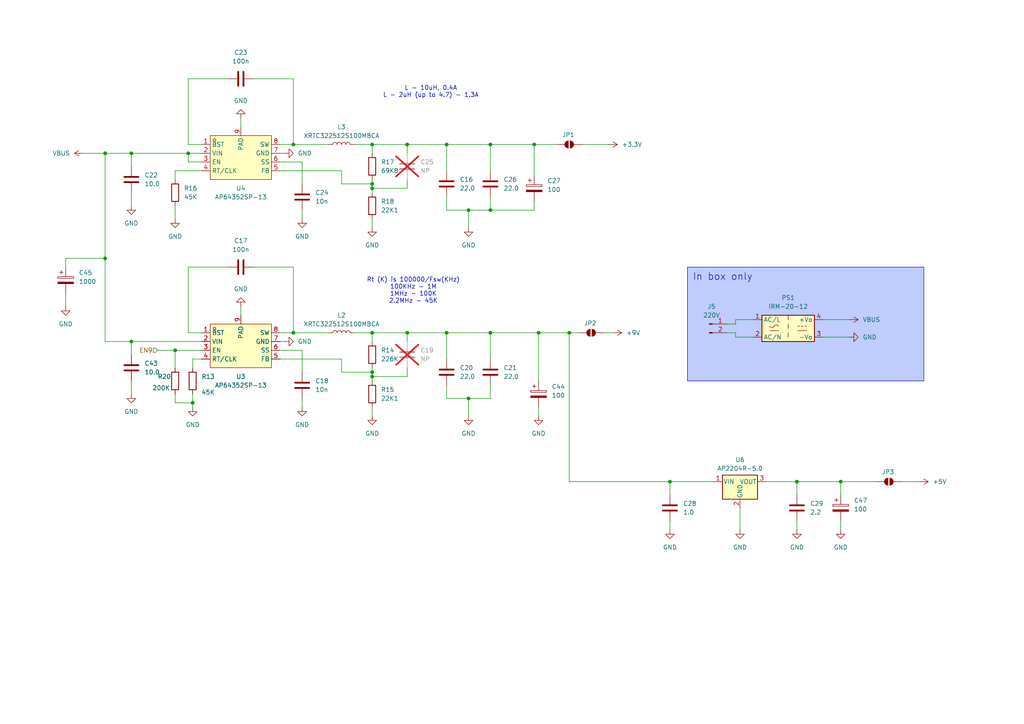
<source format=kicad_sch>
(kicad_sch (version 20231120) (generator "eeschema") (generator_version "8.0")
  (paper "A4")
  (title_block (title "Power module") (company "RoboWay"))
  (lib_symbols
    (symbol "Connector:Conn_01x02_Pin" (pin_names (offset 1.016) hide)
      (property "Reference" "J" (at 0 2.54 0))
      (property "Value" "Conn_01x02_Pin" (at 0 -5.08 0))
      (symbol "Conn_01x02_Pin_1_1"
        (polyline (pts (xy 1.27 -2.54) (xy 0.8636 -2.54)) (stroke (width 0.1524)))
        (polyline (pts (xy 1.27 0) (xy 0.8636 0)) (stroke (width 0.1524)))
        (rectangle (start 0.8636 -2.413) (end 0 -2.667) (stroke (width 0.1524)) (fill (type outline)))
        (rectangle (start 0.8636 0.127) (end 0 -0.127) (stroke (width 0.1524)) (fill (type outline)))
        (pin passive line (at 5.08 0 180) (length 3.81) (name "Pin_1") (number "1"))
        (pin passive line (at 5.08 -2.54 180) (length 3.81) (name "Pin_2") (number "2"))
      )
    )
    (symbol "Converter_ACDC:IRM-20-12"
      (property "Reference" "PS" (at 0 5.08 0))
      (property "Value" "IRM-20-12" (at 0 -5.08 0))
      (symbol "IRM-20-12_0_1"
        (rectangle (start -7.62 3.81) (end 7.62 -3.81) (stroke (width 0.254)) (fill (type background)))
        (arc (start -5.334 0.635) (mid -4.699 0.2495) (end -4.064 0.635))
        (arc (start -2.794 0.635) (mid -3.429 1.0072) (end -4.064 0.635))
        (polyline (pts (xy -5.334 -0.635) (xy -2.794 -0.635)))
        (polyline (pts (xy 0 -1.27) (xy 0 -2.54)))
        (polyline (pts (xy 0 1.27) (xy 0 0)))
        (polyline (pts (xy 0 3.81) (xy 0 2.54)))
        (polyline (pts (xy 2.794 -0.635) (xy 5.334 -0.635)))
        (polyline (pts (xy 2.794 0.635) (xy 3.302 0.635)))
        (polyline (pts (xy 3.81 0.635) (xy 4.318 0.635)))
        (polyline (pts (xy 4.826 0.635) (xy 5.334 0.635)))
      )
      (symbol "IRM-20-12_1_1"
        (pin power_in line (at -10.16 2.54 0) (length 2.54) (name "AC/L") (number "1"))
        (pin power_in line (at -10.16 -2.54 0) (length 2.54) (name "AC/N") (number "2"))
        (pin power_out line (at 10.16 -2.54 180) (length 2.54) (name "-Vo") (number "3"))
        (pin power_out line (at 10.16 2.54 180) (length 2.54) (name "+Vo") (number "4"))
      )
    )
    (symbol "Device:C" (pin_numbers hide) (pin_names (offset 0.254))
      (property "Reference" "C" (at 0.635 2.54 0))
      (property "Value" "C" (at 0.635 -2.54 0))
      (symbol "C_0_1"
        (polyline (pts (xy -2.032 -0.762) (xy 2.032 -0.762)) (stroke (width 0.508)))
        (polyline (pts (xy -2.032 0.762) (xy 2.032 0.762)) (stroke (width 0.508)))
      )
      (symbol "C_1_1"
        (pin passive line (at 0 3.81 270) (length 2.794) (name "~") (number "1"))
        (pin passive line (at 0 -3.81 90) (length 2.794) (name "~") (number "2"))
      )
    )
    (symbol "Device:C_Polarized" (pin_numbers hide) (pin_names (offset 0.254))
      (property "Reference" "C" (at 0.635 2.54 0))
      (property "Value" "C_Polarized" (at 0.635 -2.54 0))
      (symbol "C_Polarized_0_1"
        (rectangle (start -2.286 0.508) (end 2.286 1.016))
        (polyline (pts (xy -1.778 2.286) (xy -0.762 2.286)))
        (polyline (pts (xy -1.27 2.794) (xy -1.27 1.778)))
        (rectangle (start 2.286 -0.508) (end -2.286 -1.016) (fill (type outline)))
      )
      (symbol "C_Polarized_1_1"
        (pin passive line (at 0 3.81 270) (length 2.794) (name "~") (number "1"))
        (pin passive line (at 0 -3.81 90) (length 2.794) (name "~") (number "2"))
      )
    )
    (symbol "Device:L" (pin_numbers hide) (pin_names (offset 1.016) hide)
      (property "Reference" "L" (at -1.27 0 90))
      (property "Value" "L" (at 1.905 0 90))
      (symbol "L_0_1"
        (arc (start 0 -2.54) (mid 0.6323 -1.905) (end 0 -1.27))
        (arc (start 0 -1.27) (mid 0.6323 -0.635) (end 0 0))
        (arc (start 0 0) (mid 0.6323 0.635) (end 0 1.27))
        (arc (start 0 1.27) (mid 0.6323 1.905) (end 0 2.54))
      )
      (symbol "L_1_1"
        (pin passive line (at 0 3.81 270) (length 1.27) (name "1") (number "1"))
        (pin passive line (at 0 -3.81 90) (length 1.27) (name "2") (number "2"))
      )
    )
    (symbol "Device:R" (pin_numbers hide) (pin_names (offset 0))
      (property "Reference" "R" (at 2.032 0 90))
      (property "Value" "R" (at 0 0 90))
      (symbol "R_0_1"
        (rectangle (start -1.016 -2.54) (end 1.016 2.54) (stroke (width 0.254)))
      )
      (symbol "R_1_1"
        (pin passive line (at 0 3.81 270) (length 1.27) (name "~") (number "1"))
        (pin passive line (at 0 -3.81 90) (length 1.27) (name "~") (number "2"))
      )
    )
    (symbol "Jumper:SolderJumper_2_Open" (pin_numbers hide) (pin_names (offset 0) hide) (exclude_from_sim yes) (in_bom no)
      (property "Reference" "JP" (at 0 2.032 0))
      (property "Value" "SolderJumper_2_Open" (at 0 -2.54 0))
      (symbol "SolderJumper_2_Open_0_1"
        (arc (start -0.254 1.016) (mid -1.2656 0) (end -0.254 -1.016))
        (arc (start -0.254 1.016) (mid -1.2656 0) (end -0.254 -1.016) (fill (type outline)))
        (polyline (pts (xy -0.254 1.016) (xy -0.254 -1.016)))
        (polyline (pts (xy 0.254 1.016) (xy 0.254 -1.016)))
        (arc (start 0.254 -1.016) (mid 1.2656 0) (end 0.254 1.016))
        (arc (start 0.254 -1.016) (mid 1.2656 0) (end 0.254 1.016) (fill (type outline)))
      )
      (symbol "SolderJumper_2_Open_1_1"
        (pin passive line (at -3.81 0 0) (length 2.54) (name "A") (number "1"))
        (pin passive line (at 3.81 0 180) (length 2.54) (name "B") (number "2"))
      )
    )
    (symbol "Regulator_Linear:AP2204R-5.0" (pin_names (offset 0.254))
      (property "Reference" "U" (at -5.08 3.175 0))
      (property "Value" "AP2204R-5.0" (at 0 3.175 0))
      (symbol "AP2204R-5.0_0_1"
        (rectangle (start -5.08 1.905) (end 5.08 -5.08) (stroke (width 0.254)) (fill (type background)))
      )
      (symbol "AP2204R-5.0_1_1"
        (pin power_in line (at -7.62 0 0) (length 2.54) (name "VIN") (number "1"))
        (pin power_in line (at 0 -7.62 90) (length 2.54) (name "GND") (number "2"))
        (pin power_out line (at 7.62 0 180) (length 2.54) (name "VOUT") (number "3"))
      )
    )
    (symbol "easyeda2kicad:AP64352SP-13"
      (property "Reference" "U" (at 0 13.97 0))
      (property "Value" "AP64352SP-13" (at 0 -8.89 0))
      (symbol "AP64352SP-13_0_1"
        (rectangle (start -8.89 6.35) (end 8.89 -6.35) (fill (type background)))
        (circle (center -7.62 5.08) (radius 0.38))
        (pin unspecified line (at -11.43 3.81 0) (length 2.54) (name "BST") (number "1"))
        (pin unspecified line (at -11.43 1.27 0) (length 2.54) (name "VIN") (number "2"))
        (pin unspecified line (at -11.43 -1.27 0) (length 2.54) (name "EN") (number "3"))
        (pin unspecified line (at -11.43 -3.81 0) (length 2.54) (name "RT/CLK") (number "4"))
        (pin unspecified line (at 11.43 -3.81 180) (length 2.54) (name "FB") (number "5"))
        (pin unspecified line (at 11.43 -1.27 180) (length 2.54) (name "SS") (number "6"))
        (pin unspecified line (at 11.43 1.27 180) (length 2.54) (name "GND") (number "7"))
        (pin unspecified line (at 11.43 3.81 180) (length 2.54) (name "SW") (number "8"))
        (pin unspecified line (at 0 8.89 270) (length 2.54) (name "PAD") (number "9"))
      )
    )
    (symbol "power:+3.3V" (power) (pin_numbers hide) (pin_names (offset 0) hide)
      (property "Value" "+3.3V" (at 0 3.556 0))
      (symbol "+3.3V_0_1"
        (polyline (pts (xy -0.762 1.27) (xy 0 2.54)))
        (polyline (pts (xy 0 0) (xy 0 2.54)))
        (polyline (pts (xy 0 2.54) (xy 0.762 1.27)))
      )
      (symbol "+3.3V_1_1"
        (pin power_in line (at 0 0 90) (length 0) (name "~") (number "1"))
      )
    )
    (symbol "power:+5V" (power) (pin_numbers hide) (pin_names (offset 0) hide)
      (property "Value" "+5V" (at 0 3.556 0))
      (symbol "+5V_0_1"
        (polyline (pts (xy -0.762 1.27) (xy 0 2.54)))
        (polyline (pts (xy 0 0) (xy 0 2.54)))
        (polyline (pts (xy 0 2.54) (xy 0.762 1.27)))
      )
      (symbol "+5V_1_1"
        (pin power_in line (at 0 0 90) (length 0) (name "~") (number "1"))
      )
    )
    (symbol "power:+9V" (power) (pin_numbers hide) (pin_names (offset 0) hide)
      (property "Value" "+9V" (at 0 3.556 0))
      (symbol "+9V_0_1"
        (polyline (pts (xy -0.762 1.27) (xy 0 2.54)))
        (polyline (pts (xy 0 0) (xy 0 2.54)))
        (polyline (pts (xy 0 2.54) (xy 0.762 1.27)))
      )
      (symbol "+9V_1_1"
        (pin power_in line (at 0 0 90) (length 0) (name "~") (number "1"))
      )
    )
    (symbol "power:GND" (power) (pin_numbers hide) (pin_names (offset 0) hide)
      (property "Value" "GND" (at 0 -3.81 0))
      (symbol "GND_0_1"
        (polyline (pts (xy 0 0) (xy 0 -1.27) (xy 1.27 -1.27) (xy 0 -2.54) (xy -1.27 -1.27) (xy 0 -1.27)))
      )
      (symbol "GND_1_1"
        (pin power_in line (at 0 0 270) (length 0) (name "~") (number "1"))
      )
    )
    (symbol "power:VBUS" (power) (pin_numbers hide) (pin_names (offset 0) hide)
      (property "Value" "VBUS" (at 0 3.556 0))
      (symbol "VBUS_0_1"
        (polyline (pts (xy -0.762 1.27) (xy 0 2.54)))
        (polyline (pts (xy 0 0) (xy 0 2.54)))
        (polyline (pts (xy 0 2.54) (xy 0.762 1.27)))
      )
      (symbol "VBUS_1_1"
        (pin power_in line (at 0 0 90) (length 0) (name "~") (number "1"))
      )
    )
  )
  (junction (at 129.54 96.52))
  (junction (at 38.1 44.45))
  (junction (at 142.24 96.52))
  (junction (at 231.14 139.7))
  (junction (at 107.95 53.34))
  (junction (at 107.95 54.61))
  (junction (at 30.48 74.93))
  (junction (at 85.09 96.52))
  (junction (at 142.24 60.96))
  (junction (at 30.48 44.45))
  (junction (at 107.95 109.22))
  (junction (at 194.31 139.7))
  (junction (at 156.21 96.52))
  (junction (at 85.09 41.91))
  (junction (at 107.95 96.52))
  (junction (at 50.8 101.6))
  (junction (at 107.95 107.95))
  (junction (at 129.54 41.91))
  (junction (at 107.95 41.91))
  (junction (at 118.11 41.91))
  (junction (at 243.84 139.7))
  (junction (at 38.1 99.06))
  (junction (at 135.89 115.57))
  (junction (at 165.1 96.52))
  (junction (at 54.61 44.45))
  (junction (at 55.88 116.84))
  (junction (at 142.24 41.91))
  (junction (at 118.11 96.52))
  (junction (at 135.89 60.96))
  (junction (at 154.94 41.91))
  (wire (pts (xy 82.55 44.45) (xy 81.28 44.45)))
  (wire (pts (xy 50.8 114.3) (xy 50.8 116.84)))
  (wire (pts (xy 261.62 139.7) (xy 266.7 139.7)))
  (wire (pts (xy 118.11 54.61) (xy 107.95 54.61)))
  (wire (pts (xy 156.21 96.52) (xy 156.21 110.49)))
  (wire (pts (xy 129.54 41.91) (xy 142.24 41.91)))
  (wire (pts (xy 238.76 97.79) (xy 246.38 97.79)))
  (wire (pts (xy 99.06 49.53) (xy 99.06 53.34)))
  (wire (pts (xy 54.61 44.45) (xy 58.42 44.45)))
  (wire (pts (xy 19.05 85.09) (xy 19.05 88.9)))
  (wire (pts (xy 85.09 41.91) (xy 81.28 41.91)))
  (wire (pts (xy 54.61 46.99) (xy 54.61 44.45)))
  (wire (pts (xy 54.61 41.91) (xy 58.42 41.91)))
  (wire (pts (xy 142.24 96.52) (xy 142.24 104.14)))
  (wire (pts (xy 175.26 96.52) (xy 177.8 96.52)))
  (wire (pts (xy 107.95 54.61) (xy 107.95 55.88)))
  (wire (pts (xy 154.94 58.42) (xy 154.94 60.96)))
  (wire (pts (xy 50.8 49.53) (xy 58.42 49.53)))
  (wire (pts (xy 210.82 93.98) (xy 213.36 93.98)))
  (wire (pts (xy 81.28 46.99) (xy 87.63 46.99)))
  (wire (pts (xy 19.05 77.47) (xy 19.05 74.93)))
  (wire (pts (xy 107.95 107.95) (xy 107.95 109.22)))
  (wire (pts (xy 19.05 74.93) (xy 30.48 74.93)))
  (wire (pts (xy 214.63 147.32) (xy 214.63 153.67)))
  (wire (pts (xy 107.95 106.68) (xy 107.95 107.95)))
  (wire (pts (xy 142.24 60.96) (xy 142.24 57.15)))
  (wire (pts (xy 213.36 96.52) (xy 213.36 97.79)))
  (wire (pts (xy 118.11 96.52) (xy 118.11 99.06)))
  (wire (pts (xy 194.31 151.13) (xy 194.31 153.67)))
  (wire (pts (xy 50.8 101.6) (xy 58.42 101.6)))
  (wire (pts (xy 135.89 115.57) (xy 135.89 120.65)))
  (wire (pts (xy 154.94 41.91) (xy 154.94 50.8)))
  (wire (pts (xy 156.21 120.65) (xy 156.21 118.11)))
  (wire (pts (xy 85.09 77.47) (xy 85.09 96.52)))
  (wire (pts (xy 210.82 96.52) (xy 213.36 96.52)))
  (wire (pts (xy 30.48 74.93) (xy 30.48 99.06)))
  (wire (pts (xy 69.85 88.9) (xy 69.85 91.44)))
  (wire (pts (xy 38.1 44.45) (xy 54.61 44.45)))
  (wire (pts (xy 129.54 115.57) (xy 135.89 115.57)))
  (wire (pts (xy 87.63 60.96) (xy 87.63 63.5)))
  (wire (pts (xy 81.28 104.14) (xy 99.06 104.14)))
  (wire (pts (xy 135.89 60.96) (xy 142.24 60.96)))
  (wire (pts (xy 243.84 139.7) (xy 243.84 143.51)))
  (wire (pts (xy 85.09 96.52) (xy 81.28 96.52)))
  (wire (pts (xy 54.61 77.47) (xy 54.61 96.52)))
  (wire (pts (xy 129.54 41.91) (xy 129.54 49.53)))
  (wire (pts (xy 30.48 44.45) (xy 30.48 74.93)))
  (wire (pts (xy 142.24 41.91) (xy 154.94 41.91)))
  (wire (pts (xy 38.1 110.49) (xy 38.1 114.3)))
  (wire (pts (xy 135.89 115.57) (xy 142.24 115.57)))
  (wire (pts (xy 24.13 44.45) (xy 30.48 44.45)))
  (wire (pts (xy 85.09 41.91) (xy 95.25 41.91)))
  (wire (pts (xy 165.1 139.7) (xy 165.1 96.52)))
  (wire (pts (xy 66.04 22.86) (xy 54.61 22.86)))
  (wire (pts (xy 118.11 109.22) (xy 107.95 109.22)))
  (wire (pts (xy 55.88 104.14) (xy 58.42 104.14)))
  (wire (pts (xy 238.76 92.71) (xy 246.38 92.71)))
  (wire (pts (xy 107.95 96.52) (xy 107.95 99.06)))
  (wire (pts (xy 142.24 115.57) (xy 142.24 111.76)))
  (wire (pts (xy 85.09 22.86) (xy 85.09 41.91)))
  (wire (pts (xy 30.48 99.06) (xy 38.1 99.06)))
  (wire (pts (xy 55.88 114.3) (xy 55.88 116.84)))
  (wire (pts (xy 99.06 53.34) (xy 107.95 53.34)))
  (wire (pts (xy 99.06 107.95) (xy 107.95 107.95)))
  (wire (pts (xy 85.09 96.52) (xy 95.25 96.52)))
  (wire (pts (xy 38.1 55.88) (xy 38.1 59.69)))
  (wire (pts (xy 213.36 92.71) (xy 218.44 92.71)))
  (wire (pts (xy 118.11 41.91) (xy 118.11 44.45)))
  (wire (pts (xy 129.54 96.52) (xy 129.54 104.14)))
  (wire (pts (xy 222.25 139.7) (xy 231.14 139.7)))
  (wire (pts (xy 231.14 151.13) (xy 231.14 153.67)))
  (wire (pts (xy 87.63 46.99) (xy 87.63 53.34)))
  (wire (pts (xy 50.8 52.07) (xy 50.8 49.53)))
  (wire (pts (xy 58.42 46.99) (xy 54.61 46.99)))
  (wire (pts (xy 118.11 106.68) (xy 118.11 109.22)))
  (wire (pts (xy 118.11 96.52) (xy 129.54 96.52)))
  (wire (pts (xy 243.84 151.13) (xy 243.84 153.67)))
  (wire (pts (xy 54.61 96.52) (xy 58.42 96.52)))
  (wire (pts (xy 50.8 116.84) (xy 55.88 116.84)))
  (wire (pts (xy 194.31 139.7) (xy 194.31 143.51)))
  (wire (pts (xy 118.11 52.07) (xy 118.11 54.61)))
  (wire (pts (xy 66.04 77.47) (xy 54.61 77.47)))
  (wire (pts (xy 82.55 99.06) (xy 81.28 99.06)))
  (wire (pts (xy 87.63 115.57) (xy 87.63 118.11)))
  (wire (pts (xy 243.84 139.7) (xy 254 139.7)))
  (wire (pts (xy 107.95 109.22) (xy 107.95 110.49)))
  (wire (pts (xy 154.94 60.96) (xy 142.24 60.96)))
  (wire (pts (xy 107.95 96.52) (xy 118.11 96.52)))
  (wire (pts (xy 50.8 101.6) (xy 50.8 106.68)))
  (wire (pts (xy 54.61 22.86) (xy 54.61 41.91)))
  (wire (pts (xy 107.95 41.91) (xy 107.95 44.45)))
  (wire (pts (xy 213.36 93.98) (xy 213.36 92.71)))
  (wire (pts (xy 107.95 118.11) (xy 107.95 120.65)))
  (wire (pts (xy 81.28 49.53) (xy 99.06 49.53)))
  (wire (pts (xy 38.1 99.06) (xy 58.42 99.06)))
  (wire (pts (xy 142.24 96.52) (xy 156.21 96.52)))
  (wire (pts (xy 194.31 139.7) (xy 207.01 139.7)))
  (wire (pts (xy 165.1 96.52) (xy 167.64 96.52)))
  (wire (pts (xy 142.24 41.91) (xy 142.24 49.53)))
  (wire (pts (xy 168.91 41.91) (xy 176.53 41.91)))
  (wire (pts (xy 129.54 111.76) (xy 129.54 115.57)))
  (wire (pts (xy 73.66 22.86) (xy 85.09 22.86)))
  (wire (pts (xy 55.88 106.68) (xy 55.88 104.14)))
  (wire (pts (xy 102.87 41.91) (xy 107.95 41.91)))
  (wire (pts (xy 30.48 44.45) (xy 38.1 44.45)))
  (wire (pts (xy 154.94 41.91) (xy 161.29 41.91)))
  (wire (pts (xy 69.85 34.29) (xy 69.85 36.83)))
  (wire (pts (xy 55.88 116.84) (xy 55.88 118.11)))
  (wire (pts (xy 129.54 96.52) (xy 142.24 96.52)))
  (wire (pts (xy 45.72 101.6) (xy 50.8 101.6)))
  (wire (pts (xy 87.63 101.6) (xy 87.63 107.95)))
  (wire (pts (xy 38.1 99.06) (xy 38.1 102.87)))
  (wire (pts (xy 156.21 96.52) (xy 165.1 96.52)))
  (wire (pts (xy 129.54 57.15) (xy 129.54 60.96)))
  (wire (pts (xy 107.95 41.91) (xy 118.11 41.91)))
  (wire (pts (xy 107.95 53.34) (xy 107.95 54.61)))
  (wire (pts (xy 73.66 77.47) (xy 85.09 77.47)))
  (wire (pts (xy 129.54 60.96) (xy 135.89 60.96)))
  (wire (pts (xy 135.89 60.96) (xy 135.89 66.04)))
  (wire (pts (xy 213.36 97.79) (xy 218.44 97.79)))
  (wire (pts (xy 107.95 52.07) (xy 107.95 53.34)))
  (wire (pts (xy 231.14 139.7) (xy 243.84 139.7)))
  (wire (pts (xy 38.1 44.45) (xy 38.1 48.26)))
  (wire (pts (xy 107.95 63.5) (xy 107.95 66.04)))
  (wire (pts (xy 165.1 139.7) (xy 194.31 139.7)))
  (wire (pts (xy 102.87 96.52) (xy 107.95 96.52)))
  (wire (pts (xy 99.06 104.14) (xy 99.06 107.95)))
  (wire (pts (xy 50.8 59.69) (xy 50.8 63.5)))
  (wire (pts (xy 231.14 139.7) (xy 231.14 143.51)))
  (wire (pts (xy 81.28 101.6) (xy 87.63 101.6)))
  (wire (pts (xy 118.11 41.91) (xy 129.54 41.91)))
  (text_box "In box only" (at 199.39 77.47 0) (size 68.58 33.02) (fill (type color) (color 190 204 255 1)) (effects (font (size 2 2)) (justify left top)))
  (text "L - 10uH, 0.4A\nL - 2uH (up to 4.7) - 1.3A" (at 124.968 26.67 0) (effects (font (size 1.27 1.27))))
  (text "Rt (K) is 100000/Fsw(KHz)\n100KHz - 1M\n1MHz - 100K\n2.2MHz - 45K" (at 119.888 84.328 0) (effects (font (size 1.27 1.27))))
  (hierarchical_label "EN9" (shape input) (at 45.72 101.6 180))
  (symbol (lib_id "Device:C_Polarized") (at 154.94 54.61 0) (unit 1)
    (property "Reference" "C27" (at 158.75 52.4509 0) (effects (justify left)))
    (property "Value" "100" (at 158.75 54.9909 0) (effects (justify left)))
    (property "Footprint" "Capacitor_THT:CP_Radial_D5.0mm_P2.00mm" (effects (hide yes)))
  )
  (symbol (lib_id "Device:C") (at 87.63 57.15 180) (unit 1)
    (property "Reference" "C24" (at 91.44 55.8799 0) (effects (justify right)))
    (property "Value" "10n" (at 91.44 58.4199 0) (effects (justify right)))
    (property "Footprint" "Capacitor_SMD:C_0603_1608Metric_Pad1.08x0.95mm_HandSolder" (effects (hide yes)))
    (property "Description" "Unpolarized capacitor" (effects (hide yes)))
  )
  (symbol (lib_id "power:+5V") (at 266.7 139.7 270) (unit 1)
    (property "Reference" "#PWR046" (effects (hide yes)))
    (property "Value" "+5V" (at 270.51 139.6999 90) (effects (justify left)))
    (property "Description" "Power symbol creates a global label with name \"+5V\"" (effects (hide yes)))
  )
  (symbol (lib_id "power:GND") (at 87.63 118.11 0) (unit 1)
    (property "Reference" "#PWR029" (effects (hide yes)))
    (property "Value" "GND" (at 87.63 123.19 0))
    (property "Description" "Power symbol creates a global label with name \"GND\" , ground" (effects (hide yes)))
  )
  (symbol (lib_id "power:GND") (at 87.63 63.5 0) (unit 1)
    (property "Reference" "#PWR036" (effects (hide yes)))
    (property "Value" "GND" (at 87.63 68.58 0))
    (property "Description" "Power symbol creates a global label with name \"GND\" , ground" (effects (hide yes)))
  )
  (symbol (lib_id "power:GND") (at 135.89 120.65 0) (unit 1)
    (property "Reference" "#PWR031" (effects (hide yes)))
    (property "Value" "GND" (at 135.89 125.73 0))
    (property "Description" "Power symbol creates a global label with name \"GND\" , ground" (effects (hide yes)))
  )
  (symbol (lib_id "Device:C") (at 142.24 107.95 180) (unit 1)
    (property "Reference" "C21" (at 146.05 106.6799 0) (effects (justify right)))
    (property "Value" "22.0" (at 146.05 109.2199 0) (effects (justify right)))
    (property "Footprint" "Capacitor_SMD:C_1206_3216Metric_Pad1.33x1.80mm_HandSolder" (effects (hide yes)))
    (property "Description" "Unpolarized capacitor" (effects (hide yes)))
  )
  (symbol (lib_id "Device:C") (at 118.11 102.87 180) (unit 1) (dnp yes)
    (property "Reference" "C19" (at 121.92 101.5999 0) (effects (justify right)))
    (property "Value" "NP" (at 121.92 104.1399 0) (effects (justify right)))
    (property "Footprint" "Capacitor_SMD:C_0603_1608Metric_Pad1.08x0.95mm_HandSolder" (effects (hide yes)))
    (property "Description" "Unpolarized capacitor" (effects (hide yes)))
  )
  (symbol (lib_id "power:+3.3V") (at 176.53 41.91 270) (unit 1)
    (property "Reference" "#PWR040" (effects (hide yes)))
    (property "Value" "+3.3V" (at 180.34 41.9099 90) (effects (justify left)))
    (property "Description" "Power symbol creates a global label with name \"+3.3V\"" (effects (hide yes)))
  )
  (symbol (lib_id "Device:C") (at 231.14 147.32 180) (unit 1)
    (property "Reference" "C29" (at 234.95 146.0499 0) (effects (justify right)))
    (property "Value" "2.2" (at 234.95 148.5899 0) (effects (justify right)))
    (property "Footprint" "Capacitor_SMD:C_0603_1608Metric_Pad1.08x0.95mm_HandSolder" (effects (hide yes)))
    (property "Description" "Unpolarized capacitor" (effects (hide yes)))
  )
  (symbol (lib_id "Device:C_Polarized") (at 156.21 114.3 0) (unit 1)
    (property "Reference" "C44" (at 160.02 112.1409 0) (effects (justify left)))
    (property "Value" "100" (at 160.02 114.6809 0) (effects (justify left)))
    (property "Footprint" "Capacitor_THT:CP_Radial_D5.0mm_P2.00mm" (effects (hide yes)))
  )
  (symbol (lib_id "Device:C") (at 87.63 111.76 180) (unit 1)
    (property "Reference" "C18" (at 91.44 110.4899 0) (effects (justify right)))
    (property "Value" "10n" (at 91.44 113.0299 0) (effects (justify right)))
    (property "Footprint" "Capacitor_SMD:C_0603_1608Metric_Pad1.08x0.95mm_HandSolder" (effects (hide yes)))
    (property "Description" "Unpolarized capacitor" (effects (hide yes)))
  )
  (symbol (lib_id "power:GND") (at 243.84 153.67 0) (unit 1)
    (property "Reference" "#PWR0114" (effects (hide yes)))
    (property "Value" "GND" (at 243.84 158.75 0))
    (property "Description" "Power symbol creates a global label with name \"GND\" , ground" (effects (hide yes)))
  )
  (symbol (lib_id "power:GND") (at 214.63 153.67 0) (unit 1)
    (property "Reference" "#PWR045" (effects (hide yes)))
    (property "Value" "GND" (at 214.63 158.75 0))
    (property "Description" "Power symbol creates a global label with name \"GND\" , ground" (effects (hide yes)))
  )
  (symbol (lib_id "Device:L") (at 99.06 96.52 90) (unit 1)
    (property "Reference" "L2" (at 99.06 91.44 90))
    (property "Value" "XRTC322512S100MBCA" (at 99.06 93.98 90))
    (property "Footprint" "locals:L_1210_XRTC" (effects (hide yes)))
    (property "Description" "Inductor" (effects (hide yes)))
    (property "LCSC Part" "C39846661" (effects (hide yes)))
  )
  (symbol (lib_id "power:GND") (at 135.89 66.04 0) (unit 1)
    (property "Reference" "#PWR038" (effects (hide yes)))
    (property "Value" "GND" (at 135.89 71.12 0))
    (property "Description" "Power symbol creates a global label with name \"GND\" , ground" (effects (hide yes)))
  )
  (symbol (lib_id "Device:R") (at 107.95 59.69 0) (unit 1)
    (property "Reference" "R18" (at 110.49 58.4199 0) (effects (justify left)))
    (property "Value" "22K1" (at 110.49 60.9599 0) (effects (justify left)))
    (property "Footprint" "Resistor_SMD:R_0603_1608Metric_Pad0.98x0.95mm_HandSolder" (effects (hide yes)))
    (property "Description" "Resistor" (effects (hide yes)))
  )
  (symbol (lib_id "power:GND") (at 69.85 34.29 180) (unit 1)
    (property "Reference" "#PWR034" (effects (hide yes)))
    (property "Value" "GND" (at 69.85 29.21 0))
    (property "Description" "Power symbol creates a global label with name \"GND\" , ground" (effects (hide yes)))
  )
  (symbol (lib_id "power:GND") (at 19.05 88.9 0) (unit 1)
    (property "Reference" "#PWR0112" (effects (hide yes)))
    (property "Value" "GND" (at 19.05 93.98 0))
    (property "Description" "Power symbol creates a global label with name \"GND\" , ground" (effects (hide yes)))
  )
  (symbol (lib_id "Device:C_Polarized") (at 243.84 147.32 0) (unit 1)
    (property "Reference" "C47" (at 247.65 145.1609 0) (effects (justify left)))
    (property "Value" "100" (at 247.65 147.7009 0) (effects (justify left)))
    (property "Footprint" "Capacitor_THT:CP_Radial_D5.0mm_P2.00mm" (effects (hide yes)))
  )
  (symbol (lib_id "Regulator_Linear:AP2204R-5.0") (at 214.63 139.7 0) (unit 1)
    (property "Reference" "U6" (at 214.63 133.35 0))
    (property "Value" "AP2204R-5.0" (at 214.63 135.89 0))
    (property "Footprint" "Package_TO_SOT_SMD:SOT-89-3" (effects (hide yes)))
    (property "Datasheet" "https://www.diodes.com/assets/Datasheets/products_inactive_data/AP2204.pdf" (effects (hide yes)))
    (property "Description" "150mA low dropout linear regulator, wide input voltage range, 5.0V fixed positive output, SOT-89-3 package" (effects (hide yes)))
  )
  (symbol (lib_id "power:GND") (at 38.1 114.3 0) (unit 1)
    (property "Reference" "#PWR025" (effects (hide yes)))
    (property "Value" "GND" (at 38.1 119.38 0))
    (property "Description" "Power symbol creates a global label with name \"GND\" , ground" (effects (hide yes)))
  )
  (symbol (lib_id "easyeda2kicad:AP64352SP-13") (at 69.85 100.33 0) (unit 1)
    (property "Reference" "U3" (at 69.85 109.22 0))
    (property "Value" "AP64352SP-13" (at 69.85 111.76 0))
    (property "Footprint" "locals:SO-8_L4.9-W3.9-P1.27-LS6.0-BL-EP" (effects (hide yes)))
    (property "LCSC Part" "C2071665" (effects (hide yes)))
  )
  (symbol (lib_id "power:VBUS") (at 24.13 44.45 90) (unit 1)
    (property "Reference" "#PWR039" (effects (hide yes)))
    (property "Value" "VBUS" (at 20.32 44.4499 90) (effects (justify left)))
    (property "Description" "Power symbol creates a global label with name \"VBUS\"" (effects (hide yes)))
  )
  (symbol (lib_id "Device:R") (at 50.8 55.88 0) (unit 1)
    (property "Reference" "R16" (at 53.34 54.6099 0) (effects (justify left)))
    (property "Value" "45K" (at 53.34 57.1499 0) (effects (justify left)))
    (property "Footprint" "Resistor_SMD:R_0603_1608Metric_Pad0.98x0.95mm_HandSolder" (effects (hide yes)))
    (property "Description" "Resistor" (effects (hide yes)))
  )
  (symbol (lib_id "easyeda2kicad:AP64352SP-13") (at 69.85 45.72 0) (unit 1)
    (property "Reference" "U4" (at 69.85 54.61 0))
    (property "Value" "AP64352SP-13" (at 69.85 57.15 0))
    (property "Footprint" "locals:SO-8_L4.9-W3.9-P1.27-LS6.0-BL-EP" (effects (hide yes)))
    (property "LCSC Part" "C2071665" (effects (hide yes)))
  )
  (symbol (lib_id "power:GND") (at 246.38 97.79 90) (unit 1)
    (property "Reference" "#PWR043" (effects (hide yes)))
    (property "Value" "GND" (at 250.19 97.7899 90) (effects (justify right)))
    (property "Description" "Power symbol creates a global label with name \"GND\" , ground" (effects (hide yes)))
  )
  (symbol (lib_id "Device:C") (at 69.85 22.86 90) (unit 1)
    (property "Reference" "C23" (at 69.85 15.24 90))
    (property "Value" "100n" (at 69.85 17.78 90))
    (property "Footprint" "Capacitor_SMD:C_0603_1608Metric_Pad1.08x0.95mm_HandSolder" (effects (hide yes)))
    (property "Description" "Unpolarized capacitor" (effects (hide yes)))
  )
  (symbol (lib_id "Jumper:SolderJumper_2_Open") (at 165.1 41.91 0) (unit 1) (exclude_from_sim yes) (in_bom no)
    (property "Reference" "JP1" (at 164.846 39.116 0))
    (property "Value" "SolderJumper_2_Open" (effects (hide yes)))
    (property "Footprint" "Jumper:SolderJumper-2_P1.3mm_Open_RoundedPad1.0x1.5mm" (effects (hide yes)))
    (property "Description" "Solder Jumper, 2-pole, open" (effects (hide yes)))
  )
  (symbol (lib_id "Device:C") (at 38.1 106.68 180) (unit 1)
    (property "Reference" "C43" (at 41.91 105.4099 0) (effects (justify right)))
    (property "Value" "10.0" (at 41.91 107.9499 0) (effects (justify right)))
    (property "Footprint" "Capacitor_SMD:C_1206_3216Metric_Pad1.33x1.80mm_HandSolder" (effects (hide yes)))
    (property "Description" "Unpolarized capacitor" (effects (hide yes)))
  )
  (symbol (lib_id "power:GND") (at 107.95 120.65 0) (unit 1)
    (property "Reference" "#PWR030" (effects (hide yes)))
    (property "Value" "GND" (at 107.95 125.73 0))
    (property "Description" "Power symbol creates a global label with name \"GND\" , ground" (effects (hide yes)))
  )
  (symbol (lib_id "Jumper:SolderJumper_2_Open") (at 171.45 96.52 0) (unit 1) (exclude_from_sim yes) (in_bom no)
    (property "Reference" "JP2" (at 171.196 93.726 0))
    (property "Value" "SolderJumper_2_Open" (effects (hide yes)))
    (property "Footprint" "Jumper:SolderJumper-2_P1.3mm_Open_RoundedPad1.0x1.5mm" (effects (hide yes)))
    (property "Description" "Solder Jumper, 2-pole, open" (effects (hide yes)))
  )
  (symbol (lib_id "Device:C") (at 118.11 48.26 180) (unit 1) (dnp yes)
    (property "Reference" "C25" (at 121.92 46.9899 0) (effects (justify right)))
    (property "Value" "NP" (at 121.92 49.5299 0) (effects (justify right)))
    (property "Footprint" "Capacitor_SMD:C_0603_1608Metric_Pad1.08x0.95mm_HandSolder" (effects (hide yes)))
    (property "Description" "Unpolarized capacitor" (effects (hide yes)))
  )
  (symbol (lib_id "Converter_ACDC:IRM-20-12") (at 228.6 95.25 0) (unit 1)
    (property "Reference" "PS1" (at 228.6 86.36 0))
    (property "Value" "IRM-20-12" (at 228.6 88.9 0))
    (property "Footprint" "Converter_ACDC:Converter_ACDC_MeanWell_IRM-20-xx_THT" (effects (hide yes)))
    (property "Datasheet" "http://www.meanwell.com/Upload/PDF/IRM-20/IRM-20-SPEC.PDF" (effects (hide yes)))
    (property "Description" "12V, 1.8A, 21.6W, Isolated, AC-DC, 219A(IRM20)" (effects (hide yes)))
  )
  (symbol (lib_id "Device:C") (at 194.31 147.32 180) (unit 1)
    (property "Reference" "C28" (at 198.12 146.0499 0) (effects (justify right)))
    (property "Value" "1.0" (at 198.12 148.5899 0) (effects (justify right)))
    (property "Footprint" "Capacitor_SMD:C_0603_1608Metric_Pad1.08x0.95mm_HandSolder" (effects (hide yes)))
    (property "Description" "Unpolarized capacitor" (effects (hide yes)))
  )
  (symbol (lib_id "power:GND") (at 194.31 153.67 0) (unit 1)
    (property "Reference" "#PWR047" (effects (hide yes)))
    (property "Value" "GND" (at 194.31 158.75 0))
    (property "Description" "Power symbol creates a global label with name \"GND\" , ground" (effects (hide yes)))
  )
  (symbol (lib_id "Device:C_Polarized") (at 19.05 81.28 0) (unit 1)
    (property "Reference" "C45" (at 22.86 79.1209 0) (effects (justify left)))
    (property "Value" "1000" (at 22.86 81.6609 0) (effects (justify left)))
    (property "Footprint" "Capacitor_THT:CP_Radial_D8.0mm_P3.50mm" (effects (hide yes)))
  )
  (symbol (lib_id "power:GND") (at 156.21 120.65 0) (unit 1)
    (property "Reference" "#PWR0113" (effects (hide yes)))
    (property "Value" "GND" (at 156.21 125.73 0))
    (property "Description" "Power symbol creates a global label with name \"GND\" , ground" (effects (hide yes)))
  )
  (symbol (lib_id "power:GND") (at 231.14 153.67 0) (unit 1)
    (property "Reference" "#PWR048" (effects (hide yes)))
    (property "Value" "GND" (at 231.14 158.75 0))
    (property "Description" "Power symbol creates a global label with name \"GND\" , ground" (effects (hide yes)))
  )
  (symbol (lib_id "power:VBUS") (at 246.38 92.71 270) (unit 1)
    (property "Reference" "#PWR044" (effects (hide yes)))
    (property "Value" "VBUS" (at 250.19 92.7099 90) (effects (justify left)))
    (property "Description" "Power symbol creates a global label with name \"VBUS\"" (effects (hide yes)))
  )
  (symbol (lib_id "Device:R") (at 107.95 114.3 0) (unit 1)
    (property "Reference" "R15" (at 110.49 113.0299 0) (effects (justify left)))
    (property "Value" "22K1" (at 110.49 115.5699 0) (effects (justify left)))
    (property "Footprint" "Resistor_SMD:R_0603_1608Metric_Pad0.98x0.95mm_HandSolder" (effects (hide yes)))
    (property "Description" "Resistor" (effects (hide yes)))
  )
  (symbol (lib_id "Connector:Conn_01x02_Pin") (at 205.74 93.98 0) (unit 1)
    (property "Reference" "J5" (at 206.375 88.9 0))
    (property "Value" "220V" (at 206.375 91.44 0))
    (property "Footprint" "easyeda2kicad:CONN-TH_HAA420A-2A" (effects (hide yes)))
    (property "Description" "Generic connector, single row, 01x02, script generated" (effects (hide yes)))
  )
  (symbol (lib_id "Device:C") (at 142.24 53.34 180) (unit 1)
    (property "Reference" "C26" (at 146.05 52.0699 0) (effects (justify right)))
    (property "Value" "22.0" (at 146.05 54.6099 0) (effects (justify right)))
    (property "Footprint" "Capacitor_SMD:C_1206_3216Metric_Pad1.33x1.80mm_HandSolder" (effects (hide yes)))
    (property "Description" "Unpolarized capacitor" (effects (hide yes)))
  )
  (symbol (lib_id "power:GND") (at 55.88 118.11 0) (unit 1)
    (property "Reference" "#PWR026" (effects (hide yes)))
    (property "Value" "GND" (at 55.88 123.19 0))
    (property "Description" "Power symbol creates a global label with name \"GND\" , ground" (effects (hide yes)))
  )
  (symbol (lib_id "power:GND") (at 69.85 88.9 180) (unit 1)
    (property "Reference" "#PWR027" (effects (hide yes)))
    (property "Value" "GND" (at 69.85 83.82 0))
    (property "Description" "Power symbol creates a global label with name \"GND\" , ground" (effects (hide yes)))
  )
  (symbol (lib_id "power:GND") (at 82.55 99.06 90) (unit 1)
    (property "Reference" "#PWR028" (effects (hide yes)))
    (property "Value" "GND" (at 86.36 99.0599 90) (effects (justify right)))
    (property "Description" "Power symbol creates a global label with name \"GND\" , ground" (effects (hide yes)))
  )
  (symbol (lib_id "Device:R") (at 107.95 48.26 0) (unit 1)
    (property "Reference" "R17" (at 110.49 46.9899 0) (effects (justify left)))
    (property "Value" "69K8" (at 110.49 49.5299 0) (effects (justify left)))
    (property "Footprint" "Resistor_SMD:R_0603_1608Metric_Pad0.98x0.95mm_HandSolder" (effects (hide yes)))
    (property "Description" "Resistor" (effects (hide yes)))
  )
  (symbol (lib_id "Device:C") (at 69.85 77.47 90) (unit 1)
    (property "Reference" "C17" (at 69.85 69.85 90))
    (property "Value" "100n" (at 69.85 72.39 90))
    (property "Footprint" "Capacitor_SMD:C_0603_1608Metric_Pad1.08x0.95mm_HandSolder" (effects (hide yes)))
    (property "Description" "Unpolarized capacitor" (effects (hide yes)))
  )
  (symbol (lib_id "power:GND") (at 50.8 63.5 0) (unit 1)
    (property "Reference" "#PWR033" (effects (hide yes)))
    (property "Value" "GND" (at 50.8 68.58 0))
    (property "Description" "Power symbol creates a global label with name \"GND\" , ground" (effects (hide yes)))
  )
  (symbol (lib_id "power:GND") (at 38.1 59.69 0) (unit 1)
    (property "Reference" "#PWR032" (effects (hide yes)))
    (property "Value" "GND" (at 38.1 64.77 0))
    (property "Description" "Power symbol creates a global label with name \"GND\" , ground" (effects (hide yes)))
  )
  (symbol (lib_id "Device:L") (at 99.06 41.91 90) (unit 1)
    (property "Reference" "L3" (at 99.06 36.83 90))
    (property "Value" "XRTC322512S100MBCA" (at 99.06 39.37 90))
    (property "Footprint" "locals:L_1210_XRTC" (effects (hide yes)))
    (property "Description" "Inductor" (effects (hide yes)))
    (property "LCSC Part" "C39846661" (effects (hide yes)))
  )
  (symbol (lib_id "Device:C") (at 129.54 107.95 180) (unit 1)
    (property "Reference" "C20" (at 133.35 106.6799 0) (effects (justify right)))
    (property "Value" "22.0" (at 133.35 109.2199 0) (effects (justify right)))
    (property "Footprint" "Capacitor_SMD:C_1206_3216Metric_Pad1.33x1.80mm_HandSolder" (effects (hide yes)))
    (property "Description" "Unpolarized capacitor" (effects (hide yes)))
  )
  (symbol (lib_id "Device:C") (at 38.1 52.07 180) (unit 1)
    (property "Reference" "C22" (at 41.91 50.7999 0) (effects (justify right)))
    (property "Value" "10.0" (at 41.91 53.3399 0) (effects (justify right)))
    (property "Footprint" "Capacitor_SMD:C_1206_3216Metric_Pad1.33x1.80mm_HandSolder" (effects (hide yes)))
    (property "Description" "Unpolarized capacitor" (effects (hide yes)))
  )
  (symbol (lib_id "power:GND") (at 82.55 44.45 90) (unit 1)
    (property "Reference" "#PWR035" (effects (hide yes)))
    (property "Value" "GND" (at 86.36 44.4499 90) (effects (justify right)))
    (property "Description" "Power symbol creates a global label with name \"GND\" , ground" (effects (hide yes)))
  )
  (symbol (lib_id "Device:R") (at 107.95 102.87 0) (unit 1)
    (property "Reference" "R14" (at 110.49 101.5999 0) (effects (justify left)))
    (property "Value" "226K" (at 110.49 104.1399 0) (effects (justify left)))
    (property "Footprint" "Resistor_SMD:R_0603_1608Metric_Pad0.98x0.95mm_HandSolder" (effects (hide yes)))
    (property "Description" "Resistor" (effects (hide yes)))
  )
  (symbol (lib_id "Device:C") (at 129.54 53.34 180) (unit 1)
    (property "Reference" "C16" (at 133.35 52.0699 0) (effects (justify right)))
    (property "Value" "22.0" (at 133.35 54.6099 0) (effects (justify right)))
    (property "Footprint" "Capacitor_SMD:C_1206_3216Metric_Pad1.33x1.80mm_HandSolder" (effects (hide yes)))
    (property "Description" "Unpolarized capacitor" (effects (hide yes)))
  )
  (symbol (lib_id "power:GND") (at 107.95 66.04 0) (unit 1)
    (property "Reference" "#PWR037" (effects (hide yes)))
    (property "Value" "GND" (at 107.95 71.12 0))
    (property "Description" "Power symbol creates a global label with name \"GND\" , ground" (effects (hide yes)))
  )
  (symbol (lib_id "Jumper:SolderJumper_2_Open") (at 257.81 139.7 0) (unit 1) (exclude_from_sim yes) (in_bom no)
    (property "Reference" "JP3" (at 257.556 136.906 0))
    (property "Value" "SolderJumper_2_Open" (effects (hide yes)))
    (property "Footprint" "Jumper:SolderJumper-2_P1.3mm_Open_RoundedPad1.0x1.5mm" (effects (hide yes)))
    (property "Description" "Solder Jumper, 2-pole, open" (effects (hide yes)))
  )
  (symbol (lib_id "Device:R") (at 55.88 110.49 0) (unit 1)
    (property "Reference" "R13" (at 58.42 109.2199 0) (effects (justify left)))
    (property "Value" "45K" (at 58.42 113.792 0) (effects (justify left)))
    (property "Footprint" "Resistor_SMD:R_0603_1608Metric_Pad0.98x0.95mm_HandSolder" (effects (hide yes)))
    (property "Description" "Resistor" (effects (hide yes)))
  )
  (symbol (lib_id "Device:R") (at 50.8 110.49 0) (unit 1)
    (property "Reference" "R20" (at 45.72 109.22 0) (effects (justify left)))
    (property "Value" "200K" (at 44.196 112.522 0) (effects (justify left)))
    (property "Footprint" "Resistor_SMD:R_0603_1608Metric_Pad0.98x0.95mm_HandSolder" (effects (hide yes)))
    (property "Description" "Resistor" (effects (hide yes)))
  )
  (symbol (lib_id "power:+9V") (at 177.8 96.52 270) (unit 1)
    (property "Reference" "#PWR063" (effects (hide yes)))
    (property "Value" "+9V" (at 181.61 96.5199 90) (effects (justify left)))
    (property "Description" "Power symbol creates a global label with name \"+9V\"" (effects (hide yes)))
  )
)
</source>
